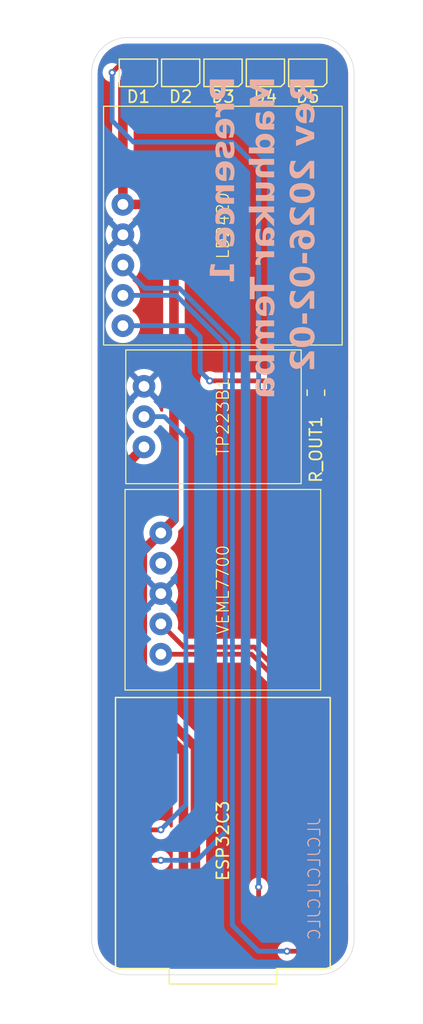
<source format=kicad_pcb>
(kicad_pcb (version 20241229) (generator "pcbnew") (generator_version "9.0")
  (title_block (title "Presense 1") (rev "1") (company "Madhukar Temba"))
  (layers (0 "F.Cu" signal) (2 "B.Cu" signal) (13 "F.Paste" user) (15 "B.Paste" user) (5 "F.SilkS" user "F.Silkscreen") (7 "B.SilkS" user "B.Silkscreen") (1 "F.Mask" user) (3 "B.Mask" user) (25 "Edge.Cuts" user))
  (net 0 "")
  (net 1 "GND")
  (net 2 "G6")
  (net 3 "+5V")
  (net 4 "Net-(D1-DOUT)")
  (net 5 "Net-(D2-DOUT)")
  (net 6 "Net-(D3-DOUT)")
  (net 7 "Net-(D4-DOUT)")
  (net 10 "G7")
  (net 11 "G4")
  (net 12 "G5")
  (net 13 "G3")
  (net 16 "G9")
  (net 19 "G8")
  (net 21 "Net-(LD2420-OUT)")
  (net 22 "+3.3V")
  (footprint "LD2420:LD2420_Module" (layer "F.Cu") (at 161.62 76.88 90)
    (property "Reference" "LD2420" (at 8.38 8.38 90) (layer "F.SilkS") (effects (font (thickness 0.1))))
    (property "Value" "LD2420_Module")
    (fp_rect (start -1.62 -1.62) (end 18.38 18.38) (stroke (width 0.1)) (fill no) (layer "F.SilkS"))
    (pad "1" thru_hole circle (at 10.16 0 90) (size 1.905 1.905) (drill 0.9) (layers "*.Cu" "*.Mask") (net 3 "+5V"))
    (pad "2" thru_hole circle (at 7.62 0 90) (size 1.905 1.905) (drill 0.9) (layers "*.Cu" "*.Mask") (net 1 "GND"))
    (pad "3" thru_hole circle (at 5.08 0 90) (size 1.905 1.905) (drill 0.9) (layers "*.Cu" "*.Mask") (net 12 "G5"))
    (pad "4" thru_hole circle (at 2.54 0 90) (size 1.905 1.905) (drill 0.9) (layers "*.Cu" "*.Mask") (net 11 "G4"))
    (pad "5" thru_hole circle (at 0 0 90) (size 1.905 1.905) (drill 0.9) (layers "*.Cu" "*.Mask") (net 21 "Net-(LD2420-OUT)"))
  )
  (footprint "Resistor_SMD:R_0805_2012Metric_Pad1.20x1.40mm_HandSolder" (layer "F.Cu") (at 177.8 82.5 -90)
    (property "Reference" "R_OUT1" (at 4.75 0 90) (layer "F.SilkS"))
    (property "Value" "0R")
    (fp_line (start -0.227064 0.735) (end 0.227064 0.735) (stroke (width 0.12)) (layer "F.SilkS"))
    (fp_line (start -0.227064 -0.735) (end 0.227064 -0.735) (stroke (width 0.12)) (layer "F.SilkS"))
    (pad "1" smd roundrect (at -1 0 270) (size 1.2 1.4) (layers "F.Cu" "F.Mask" "F.Paste") (roundrect_rratio 0.208333) (net 21 "Net-(LD2420-OUT)"))
    (pad "2" smd roundrect (at 1 0 270) (size 1.2 1.4) (layers "F.Cu" "F.Mask" "F.Paste") (roundrect_rratio 0.208333) (net 10 "G7"))
  )
  (footprint "LED_SMD:LED_WS2812B-2020_PLCC4_2.0x2.0mm" (layer "F.Cu") (at 162.915 55.7 180)
    (property "Reference" "D1" (at 0 -2 0) (layer "F.SilkS"))
    (property "Value" "WS2812B-2020")
    (fp_line (start 1.6 -1.15) (end 1.6 1.15) (stroke (width 0.12)) (layer "F.SilkS"))
    (fp_line (start -1.3 -1.15) (end 1.6 -1.15) (stroke (width 0.12)) (layer "F.SilkS"))
    (fp_line (start -1.3 -1.15) (end -1.6 -0.85) (stroke (width 0.12)) (layer "F.SilkS"))
    (fp_line (start -1.6 1.15) (end 1.6 1.15) (stroke (width 0.12)) (layer "F.SilkS"))
    (fp_line (start -1.6 1.15) (end -1.6 -0.85) (stroke (width 0.12)) (layer "F.SilkS"))
    (pad "1" smd rect (at -0.915 -0.55 180) (size 0.7 0.7) (layers "F.Cu" "F.Mask" "F.Paste") (net 4 "Net-(D1-DOUT)"))
    (pad "2" smd rect (at -0.915 0.55 180) (size 0.7 0.7) (layers "F.Cu" "F.Mask" "F.Paste") (net 1 "GND"))
    (pad "3" smd rect (at 0.915 0.55 180) (size 0.7 0.7) (layers "F.Cu" "F.Mask" "F.Paste") (net 2 "G6"))
    (pad "4" smd rect (at 0.915 -0.55 180) (size 0.7 0.7) (layers "F.Cu" "F.Mask" "F.Paste") (net 3 "+5V"))
  )
  (footprint "ESP32-C3_SUPERMINI_TH:MODULE_ESP32-C3_SUPERMINI_TH" (layer "F.Cu") (at 170 119.374 180)
    (property "Reference" "ESP32C3" (at 0 -0.65 90) (layer "F.SilkS"))
    (property "Value" "ESP32-C3_SUPERMINI_TH")
    (fp_line (start 9 11.35) (end 9 -11.35) (stroke (width 0.127)) (layer "F.SilkS"))
    (fp_line (start 9 11.35) (end -9 11.35) (stroke (width 0.127)) (layer "F.SilkS"))
    (fp_line (start 9 -11.35) (end 4.5 -11.35) (stroke (width 0.127)) (layer "F.SilkS"))
    (fp_line (start 4.5 -12.65) (end 4.5 -11.35) (stroke (width 0.127)) (layer "F.SilkS"))
    (fp_line (start 4.5 -12.65) (end -4.5 -12.65) (stroke (width 0.127)) (layer "F.SilkS"))
    (fp_line (start -4.5 -11.35) (end -9 -11.35) (stroke (width 0.127)) (layer "F.SilkS"))
    (fp_line (start -4.5 -12.65) (end -4.5 -11.35) (stroke (width 0.127)) (layer "F.SilkS"))
    (fp_line (start -9 11.35) (end -9 -11.35) (stroke (width 0.127)) (layer "F.SilkS"))
    (pad "0" smd rect (at 7.62 7.874 180) (size 2.2 1) (layers "F.Cu" "F.Mask" "F.Paste"))
    (pad "1" smd rect (at 7.62 5.34 180) (size 2.2 1) (layers "F.Cu" "F.Mask" "F.Paste"))
    (pad "2" smd rect (at 7.62 2.794 180) (size 2.2 1) (layers "F.Cu" "F.Mask" "F.Paste"))
    (pad "3" smd rect (at 7.62 0.26 180) (size 2.2 1) (layers "F.Cu" "F.Mask" "F.Paste") (net 13 "G3"))
    (pad "3.3" smd rect (at 7.62 -4.82 180) (size 2.2 1) (layers "F.Cu" "F.Mask" "F.Paste") (net 22 "+3.3V"))
    (pad "4" smd rect (at 7.62 -2.286 180) (size 2.2 1) (layers "F.Cu" "F.Mask" "F.Paste") (net 11 "G4"))
    (pad "5" smd rect (at -7.62 -9.9 180) (size 2.2 1) (layers "F.Cu" "F.Mask" "F.Paste") (net 12 "G5"))
    (pad "5V" smd rect (at 7.62 -9.9 180) (size 2.2 1) (layers "F.Cu" "F.Mask" "F.Paste") (net 3 "+5V"))
    (pad "6" smd rect (at -7.62 -7.366 180) (size 2.2 1) (layers "F.Cu" "F.Mask" "F.Paste") (net 2 "G6"))
    (pad "7" smd rect (at -7.62 -4.82 180) (size 2.2 1) (layers "F.Cu" "F.Mask" "F.Paste") (net 10 "G7"))
    (pad "8" smd rect (at -7.62 -2.286 180) (size 2.2 1) (layers "F.Cu" "F.Mask" "F.Paste") (net 19 "G8"))
    (pad "9" smd rect (at -7.62 0.26 180) (size 2.2 1) (layers "F.Cu" "F.Mask" "F.Paste") (net 16 "G9"))
    (pad "10" smd rect (at -7.62 2.794 180) (size 2.2 1) (layers "F.Cu" "F.Mask" "F.Paste"))
    (pad "20" smd rect (at -7.62 5.34 180) (size 2.2 1) (layers "F.Cu" "F.Mask" "F.Paste"))
    (pad "21" smd rect (at -7.62 7.874 180) (size 2.2 1) (layers "F.Cu" "F.Mask" "F.Paste"))
    (pad "G" smd rect (at 7.62 -7.366 180) (size 2.2 1) (layers "F.Cu" "F.Mask" "F.Paste") (net 1 "GND"))
  )
  (footprint "LED_SMD:LED_WS2812B-2020_PLCC4_2.0x2.0mm" (layer "F.Cu") (at 166.465 55.7 180)
    (property "Reference" "D2" (at 0 -2 0) (layer "F.SilkS"))
    (property "Value" "WS2812B-2020")
    (fp_line (start 1.6 -1.15) (end 1.6 1.15) (stroke (width 0.12)) (layer "F.SilkS"))
    (fp_line (start -1.3 -1.15) (end 1.6 -1.15) (stroke (width 0.12)) (layer "F.SilkS"))
    (fp_line (start -1.3 -1.15) (end -1.6 -0.85) (stroke (width 0.12)) (layer "F.SilkS"))
    (fp_line (start -1.6 1.15) (end 1.6 1.15) (stroke (width 0.12)) (layer "F.SilkS"))
    (fp_line (start -1.6 1.15) (end -1.6 -0.85) (stroke (width 0.12)) (layer "F.SilkS"))
    (pad "1" smd rect (at -0.915 -0.55 180) (size 0.7 0.7) (layers "F.Cu" "F.Mask" "F.Paste") (net 5 "Net-(D2-DOUT)"))
    (pad "2" smd rect (at -0.915 0.55 180) (size 0.7 0.7) (layers "F.Cu" "F.Mask" "F.Paste") (net 1 "GND"))
    (pad "3" smd rect (at 0.915 0.55 180) (size 0.7 0.7) (layers "F.Cu" "F.Mask" "F.Paste") (net 4 "Net-(D1-DOUT)"))
    (pad "4" smd rect (at 0.915 -0.55 180) (size 0.7 0.7) (layers "F.Cu" "F.Mask" "F.Paste") (net 3 "+5V"))
  )
  (footprint "VEML7700:VEML7700_Module" (layer "F.Cu") (at 164.8 104.4 90)
    (property "Reference" "VEML7700" (at 5.4 5.2 90) (layer "F.SilkS") (effects (font (thickness 0.1))))
    (property "Value" "VEML7700")
    (fp_rect (start -3 -3) (end 13.8 13.4) (stroke (width 0.1)) (fill no) (layer "F.SilkS"))
    (pad "1" thru_hole circle (at 10.16 0 90) (size 1.905 1.905) (drill 0.9) (layers "*.Cu" "*.Mask") (net 3 "+5V"))
    (pad "2" thru_hole circle (at 7.62 0 90) (size 1.905 1.905) (drill 0.9) (layers "*.Cu" "*.Mask"))
    (pad "3" thru_hole circle (at 5.08 0 90) (size 1.905 1.905) (drill 0.9) (layers "*.Cu" "*.Mask") (net 1 "GND"))
    (pad "4" thru_hole circle (at 2.54 0 90) (size 1.905 1.905) (drill 0.9) (layers "*.Cu" "*.Mask") (net 16 "G9"))
    (pad "5" thru_hole circle (at 0 0 90) (size 1.905 1.905) (drill 0.9) (layers "*.Cu" "*.Mask") (net 19 "G8"))
  )
  (footprint "TP223B:TP223B_Module" (layer "F.Cu") (at 170.5 84.5 90)
    (property "Reference" "TP223B1" (at -0.012 -0.5 90) (layer "F.SilkS") (effects (font (thickness 0.1))))
    (property "Value" "TP223B")
    (fp_rect (start -5.612 -8.636) (end 5.588 6.064) (stroke (width 0.1)) (fill no) (layer "F.SilkS"))
    (pad "1" thru_hole circle (at -2.54 -7.112 90) (size 1.905 1.905) (drill 0.9) (layers "*.Cu" "*.Mask") (net 22 "+3.3V"))
    (pad "2" thru_hole circle (at 0 -7.112 90) (size 1.905 1.905) (drill 0.9) (layers "*.Cu" "*.Mask") (net 13 "G3"))
    (pad "3" thru_hole circle (at 2.54 -7.112 90) (size 1.905 1.905) (drill 0.9) (layers "*.Cu" "*.Mask") (net 1 "GND"))
  )
  (footprint "LED_SMD:LED_WS2812B-2020_PLCC4_2.0x2.0mm" (layer "F.Cu") (at 173.565 55.7 180)
    (property "Reference" "D4" (at 0 -2 0) (layer "F.SilkS"))
    (property "Value" "WS2812B-2020")
    (fp_line (start 1.6 -1.15) (end 1.6 1.15) (stroke (width 0.12)) (layer "F.SilkS"))
    (fp_line (start -1.3 -1.15) (end 1.6 -1.15) (stroke (width 0.12)) (layer "F.SilkS"))
    (fp_line (start -1.3 -1.15) (end -1.6 -0.85) (stroke (width 0.12)) (layer "F.SilkS"))
    (fp_line (start -1.6 1.15) (end 1.6 1.15) (stroke (width 0.12)) (layer "F.SilkS"))
    (fp_line (start -1.6 1.15) (end -1.6 -0.85) (stroke (width 0.12)) (layer "F.SilkS"))
    (pad "1" smd rect (at -0.915 -0.55 180) (size 0.7 0.7) (layers "F.Cu" "F.Mask" "F.Paste") (net 7 "Net-(D4-DOUT)"))
    (pad "2" smd rect (at -0.915 0.55 180) (size 0.7 0.7) (layers "F.Cu" "F.Mask" "F.Paste") (net 1 "GND"))
    (pad "3" smd rect (at 0.915 0.55 180) (size 0.7 0.7) (layers "F.Cu" "F.Mask" "F.Paste") (net 6 "Net-(D3-DOUT)"))
    (pad "4" smd rect (at 0.915 -0.55 180) (size 0.7 0.7) (layers "F.Cu" "F.Mask" "F.Paste") (net 3 "+5V"))
  )
  (footprint "LED_SMD:LED_WS2812B-2020_PLCC4_2.0x2.0mm" (layer "F.Cu") (at 177.115 55.7 180)
    (property "Reference" "D5" (at 0 -2 0) (layer "F.SilkS"))
    (property "Value" "WS2812B-2020")
    (fp_line (start 1.6 -1.15) (end 1.6 1.15) (stroke (width 0.12)) (layer "F.SilkS"))
    (fp_line (start -1.3 -1.15) (end 1.6 -1.15) (stroke (width 0.12)) (layer "F.SilkS"))
    (fp_line (start -1.3 -1.15) (end -1.6 -0.85) (stroke (width 0.12)) (layer "F.SilkS"))
    (fp_line (start -1.6 1.15) (end 1.6 1.15) (stroke (width 0.12)) (layer "F.SilkS"))
    (fp_line (start -1.6 1.15) (end -1.6 -0.85) (stroke (width 0.12)) (layer "F.SilkS"))
    (pad "1" smd rect (at -0.915 -0.55 180) (size 0.7 0.7) (layers "F.Cu" "F.Mask" "F.Paste"))
    (pad "2" smd rect (at -0.915 0.55 180) (size 0.7 0.7) (layers "F.Cu" "F.Mask" "F.Paste") (net 1 "GND"))
    (pad "3" smd rect (at 0.915 0.55 180) (size 0.7 0.7) (layers "F.Cu" "F.Mask" "F.Paste") (net 7 "Net-(D4-DOUT)"))
    (pad "4" smd rect (at 0.915 -0.55 180) (size 0.7 0.7) (layers "F.Cu" "F.Mask" "F.Paste") (net 3 "+5V"))
  )
  (footprint "LED_SMD:LED_WS2812B-2020_PLCC4_2.0x2.0mm" (layer "F.Cu") (at 170.015 55.7 180)
    (property "Reference" "D3" (at 0 -2 0) (layer "F.SilkS"))
    (property "Value" "WS2812B-2020")
    (fp_line (start 1.6 -1.15) (end 1.6 1.15) (stroke (width 0.12)) (layer "F.SilkS"))
    (fp_line (start -1.3 -1.15) (end 1.6 -1.15) (stroke (width 0.12)) (layer "F.SilkS"))
    (fp_line (start -1.3 -1.15) (end -1.6 -0.85) (stroke (width 0.12)) (layer "F.SilkS"))
    (fp_line (start -1.6 1.15) (end 1.6 1.15) (stroke (width 0.12)) (layer "F.SilkS"))
    (fp_line (start -1.6 1.15) (end -1.6 -0.85) (stroke (width 0.12)) (layer "F.SilkS"))
    (pad "1" smd rect (at -0.915 -0.55 180) (size 0.7 0.7) (layers "F.Cu" "F.Mask" "F.Paste") (net 6 "Net-(D3-DOUT)"))
    (pad "2" smd rect (at -0.915 0.55 180) (size 0.7 0.7) (layers "F.Cu" "F.Mask" "F.Paste") (net 1 "GND"))
    (pad "3" smd rect (at 0.915 0.55 180) (size 0.7 0.7) (layers "F.Cu" "F.Mask" "F.Paste") (net 5 "Net-(D2-DOUT)"))
    (pad "4" smd rect (at 0.915 -0.55 180) (size 0.7 0.7) (layers "F.Cu" "F.Mask" "F.Paste") (net 3 "+5V"))
  )
  (gr_arc (start 181 128.25) (mid 180.12132 130.37132) (end 178 131.25) (stroke (width 0.05)) (layer "Edge.Cuts"))
  (gr_arc (start 178 52.75) (mid 180.12132 53.62868) (end 181 55.75) (stroke (width 0.05)) (layer "Edge.Cuts"))
  (gr_arc (start 162 131.25) (mid 159.87868 130.37132) (end 159 128.25) (stroke (width 0.05)) (layer "Edge.Cuts"))
  (gr_line (start 181 55.75) (end 181 128.25) (stroke (width 0.05)) (layer "Edge.Cuts"))
  (gr_line (start 178 131.25) (end 162 131.25) (stroke (width 0.05)) (layer "Edge.Cuts"))
  (gr_line (start 159 128.25) (end 159 55.75) (stroke (width 0.05)) (layer "Edge.Cuts"))
  (gr_arc (start 159 55.75) (mid 159.87868 53.62868) (end 162 52.75) (stroke (width 0.05)) (layer "Edge.Cuts"))
  (gr_line (start 162 52.75) (end 178 52.75) (stroke (width 0.05)) (layer "Edge.Cuts"))
  (gr_text "Presence 1\nMadhukar Temba\nRev 2026-02-02\n" (at 178 56 90) (layer "B.SilkS") (effects (font (size 2 2) (thickness 0.2) (bold yes)) (justify left bottom mirror)))
  (gr_text "JLCJLCJLCJLC" (at 178.25 118 90) (layer "B.SilkS") (effects (font (size 1 1) (thickness 0.1)) (justify left bottom mirror)))
  (segment (start 166.629 54.399) (end 164.581 54.399) (width 0.4) (layer "F.Cu") (net 1))
  (segment (start 174.48 55.15) (end 173.729 54.399) (width 0.4) (layer "F.Cu") (net 1))
  (segment (start 177.279 54.399) (end 175.231 54.399) (width 0.4) (layer "F.Cu") (net 1))
  (segment (start 175.231 54.399) (end 174.48 55.15) (width 0.4) (layer "F.Cu") (net 1))
  (segment (start 178.03 55.15) (end 177.279 54.399) (width 0.4) (layer "F.Cu") (net 1))
  (segment (start 167.38 55.15) (end 168.131 54.399) (width 0.4) (layer "F.Cu") (net 1))
  (segment (start 164.581 54.399) (end 163.83 55.15) (width 0.4) (layer "F.Cu") (net 1))
  (segment (start 168.131 54.399) (end 170.179 54.399) (width 0.4) (layer "F.Cu") (net 1))
  (segment (start 171.681 54.399) (end 170.93 55.15) (width 0.4) (layer "F.Cu") (net 1))
  (segment (start 173.729 54.399) (end 171.681 54.399) (width 0.4) (layer "F.Cu") (net 1))
  (segment (start 167.38 55.15) (end 166.629 54.399) (width 0.4) (layer "F.Cu") (net 1))
  (segment (start 170.179 54.399) (end 170.93 55.15) (width 0.4) (layer "F.Cu") (net 1))
  (segment (start 161.25 55.15) (end 162 55.15) (width 0.4) (layer "F.Cu") (net 2))
  (segment (start 173 125.1) (end 174.64 126.74) (width 0.4) (layer "F.Cu") (net 2))
  (segment (start 174.64 126.74) (end 177.62 126.74) (width 0.4) (layer "F.Cu") (net 2))
  (segment (start 173 123.9) (end 173 125.1) (width 0.4) (layer "F.Cu") (net 2))
  (segment (start 160.72 55.68) (end 161.25 55.15) (width 0.4) (layer "F.Cu") (net 2))
  (via (at 160.72 55.68) (size 0.6) (drill 0.3) (layers "F.Cu" "B.Cu") (net 2))
  (via (at 173 123.9) (size 0.6) (drill 0.3) (layers "F.Cu" "B.Cu") (net 2))
  (segment (start 162.5 61.5) (end 170.8 61.5) (width 0.4) (layer "B.Cu") (net 2))
  (segment (start 160.72 55.68) (end 160.72 59.72) (width 0.4) (layer "B.Cu") (net 2))
  (segment (start 173 63.7) (end 173 123.9) (width 0.4) (layer "B.Cu") (net 2))
  (segment (start 170.8 61.5) (end 173 63.7) (width 0.4) (layer "B.Cu") (net 2))
  (segment (start 160.72 59.72) (end 162.5 61.5) (width 0.4) (layer "B.Cu") (net 2))
  (segment (start 163.2465 95.7935) (end 163.2465 107.7465) (width 0.8) (layer "F.Cu") (net 3))
  (segment (start 162.751 57.001) (end 162 56.25) (width 0.4) (layer "F.Cu") (net 3))
  (segment (start 164.72 66.72) (end 161.62 66.72) (width 0.8) (layer "F.Cu") (net 3))
  (segment (start 164.8 94.24) (end 163.2465 95.7935) (width 0.8) (layer "F.Cu") (net 3))
  (segment (start 161.62 66.72) (end 161.62 56.63) (width 0.8) (layer "F.Cu") (net 3))
  (segment (start 173.401 57.001) (end 172.65 56.25) (width 0.4) (layer "F.Cu") (net 3))
  (segment (start 166.301 57.001) (end 165.55 56.25) (width 0.4) (layer "F.Cu") (net 3))
  (segment (start 163.2465 107.7465) (end 167.7 112.2) (width 0.8) (layer "F.Cu") (net 3))
  (segment (start 165.55 56.25) (end 164.799 57.001) (width 0.4) (layer "F.Cu") (net 3))
  (segment (start 172.65 56.25) (end 171.899 57.001) (width 0.4) (layer "F.Cu") (net 3))
  (segment (start 167.7 127.4) (end 165.826 129.274) (width 0.8) (layer "F.Cu") (net 3))
  (segment (start 164.8 94.24) (end 165.9 93.14) (width 0.8) (layer "F.Cu") (net 3))
  (segment (start 164.799 57.001) (end 162.751 57.001) (width 0.4) (layer "F.Cu") (net 3))
  (segment (start 171.899 57.001) (end 169.851 57.001) (width 0.4) (layer "F.Cu") (net 3))
  (segment (start 165.9 67.9) (end 164.72 66.72) (width 0.8) (layer "F.Cu") (net 3))
  (segment (start 161.62 56.63) (end 162 56.25) (width 0.8) (layer "F.Cu") (net 3))
  (segment (start 167.7 112.2) (end 167.7 127.4) (width 0.8) (layer "F.Cu") (net 3))
  (segment (start 169.851 57.001) (end 169.1 56.25) (width 0.4) (layer "F.Cu") (net 3))
  (segment (start 169.1 56.25) (end 168.349 57.001) (width 0.4) (layer "F.Cu") (net 3))
  (segment (start 176.2 56.25) (end 175.449 57.001) (width 0.4) (layer "F.Cu") (net 3))
  (segment (start 165.9 93.14) (end 165.9 67.9) (width 0.8) (layer "F.Cu") (net 3))
  (segment (start 165.826 129.274) (end 162.38 129.274) (width 0.8) (layer "F.Cu") (net 3))
  (segment (start 175.449 57.001) (end 173.401 57.001) (width 0.4) (layer "F.Cu") (net 3))
  (segment (start 168.349 57.001) (end 166.301 57.001) (width 0.4) (layer "F.Cu") (net 3))
  (segment (start 163.83 56.25) (end 164.048 56.25) (width 0.4) (layer "F.Cu") (net 4))
  (segment (start 165.148 55.15) (end 165.55 55.15) (width 0.4) (layer "F.Cu") (net 4))
  (segment (start 164.048 56.25) (end 165.148 55.15) (width 0.4) (layer "F.Cu") (net 4))
  (segment (start 167.782 56.25) (end 168.882 55.15) (width 0.4) (layer "F.Cu") (net 5))
  (segment (start 168.882 55.15) (end 169.1 55.15) (width 0.4) (layer "F.Cu") (net 5))
  (segment (start 167.38 56.25) (end 167.782 56.25) (width 0.4) (layer "F.Cu") (net 5))
  (segment (start 172.248 55.15) (end 172.65 55.15) (width 0.4) (layer "F.Cu") (net 6))
  (segment (start 171.148 56.25) (end 172.248 55.15) (width 0.4) (layer "F.Cu") (net 6))
  (segment (start 170.93 56.25) (end 171.148 56.25) (width 0.4) (layer "F.Cu") (net 6))
  (segment (start 174.48 56.25) (end 174.698 56.25) (width 0.4) (layer "F.Cu") (net 7))
  (segment (start 175.798 55.15) (end 176.2 55.15) (width 0.4) (layer "F.Cu") (net 7))
  (segment (start 174.698 56.25) (end 175.798 55.15) (width 0.4) (layer "F.Cu") (net 7))
  (segment (start 179.8 85.5) (end 179.8 123.2) (width 0.4) (layer "F.Cu") (net 10))
  (segment (start 178.806 124.194) (end 177.62 124.194) (width 0.4) (layer "F.Cu") (net 10))
  (segment (start 177.8 83.5) (end 179.8 85.5) (width 0.4) (layer "F.Cu") (net 10))
  (segment (start 179.8 123.2) (end 178.806 124.194) (width 0.4) (layer "F.Cu") (net 10))
  (segment (start 164.8 121.66) (end 162.38 121.66) (width 0.4) (layer "F.Cu") (net 11))
  (via (at 164.8 121.66) (size 0.6) (drill 0.3) (layers "F.Cu" "B.Cu") (net 11))
  (segment (start 170.199 119.301) (end 170.199 78.449) (width 0.4) (layer "B.Cu") (net 11))
  (segment (start 167.84 121.66) (end 170.199 119.301) (width 0.4) (layer "B.Cu") (net 11))
  (segment (start 170.199 78.449) (end 166.09 74.34) (width 0.4) (layer "B.Cu") (net 11))
  (segment (start 166.09 74.34) (end 161.62 74.34) (width 0.4) (layer "B.Cu") (net 11))
  (segment (start 164.8 121.66) (end 167.84 121.66) (width 0.4) (layer "B.Cu") (net 11))
  (segment (start 175.374 129.274) (end 177.62 129.274) (width 0.4) (layer "F.Cu") (net 12))
  (via (at 175.374 129.274) (size 0.6) (drill 0.3) (layers "F.Cu" "B.Cu") (net 12))
  (segment (start 172.974 129.274) (end 170.8 127.1) (width 0.4) (layer "B.Cu") (net 12))
  (segment (start 161.62 71.92) (end 161.62 71.8) (width 0.4) (layer "B.Cu") (net 12))
  (segment (start 163.439 73.739) (end 161.62 71.92) (width 0.4) (layer "B.Cu") (net 12))
  (segment (start 170.8 78.200058) (end 166.338942 73.739) (width 0.4) (layer "B.Cu") (net 12))
  (segment (start 170.8 127.1) (end 170.8 78.200058) (width 0.4) (layer "B.Cu") (net 12))
  (segment (start 175.374 129.274) (end 175.3 129.2) (width 0.4) (layer "B.Cu") (net 12))
  (segment (start 175.374 129.274) (end 172.974 129.274) (width 0.4) (layer "B.Cu") (net 12))
  (segment (start 166.338942 73.739) (end 163.439 73.739) (width 0.4) (layer "B.Cu") (net 12))
  (segment (start 164.786 119.114) (end 164.8 119.1) (width 0.4) (layer "F.Cu") (net 13))
  (segment (start 162.38 119.114) (end 164.786 119.114) (width 0.4) (layer "F.Cu") (net 13))
  (via (at 164.8 119.1) (size 0.6) (drill 0.3) (layers "F.Cu" "B.Cu") (net 13))
  (segment (start 166.9 117) (end 166.9 86.3) (width 0.4) (layer "B.Cu") (net 13))
  (segment (start 164.8 119.1) (end 166.9 117) (width 0.4) (layer "B.Cu") (net 13))
  (segment (start 165.1 84.5) (end 163.388 84.5) (width 0.4) (layer "B.Cu") (net 13))
  (segment (start 166.9 86.3) (end 165.1 84.5) (width 0.4) (layer "B.Cu") (net 13))
  (segment (start 166.739 103.799) (end 164.8 101.86) (width 0.4) (layer "F.Cu") (net 16))
  (segment (start 175.101 106.251058) (end 172.648942 103.799) (width 0.4) (layer "F.Cu") (net 16))
  (segment (start 175.864 119.114) (end 175.101 118.351) (width 0.4) (layer "F.Cu") (net 16))
  (segment (start 177.62 119.114) (end 175.864 119.114) (width 0.4) (layer "F.Cu") (net 16))
  (segment (start 175.101 118.351) (end 175.101 106.251058) (width 0.4) (layer "F.Cu") (net 16))
  (segment (start 172.648942 103.799) (end 166.739 103.799) (width 0.4) (layer "F.Cu") (net 16))
  (segment (start 177.41 121.66) (end 174.5 118.75) (width 0.4) (layer "F.Cu") (net 19))
  (segment (start 174.5 106.5) (end 172.4 104.4) (width 0.4) (layer "F.Cu") (net 19))
  (segment (start 177.62 121.66) (end 177.41 121.66) (width 0.4) (layer "F.Cu") (net 19))
  (segment (start 172.4 104.4) (end 164.8 104.4) (width 0.4) (layer "F.Cu") (net 19))
  (segment (start 174.5 118.75) (end 174.5 106.5) (width 0.4) (layer "F.Cu") (net 19))
  (segment (start 168.9 81.5) (end 177.8 81.5) (width 0.4) (layer "F.Cu") (net 21))
  (via (at 168.9 81.5) (size 0.6) (drill 0.3) (layers "F.Cu" "B.Cu") (net 21))
  (segment (start 161.62 76.88) (end 167.18 76.88) (width 0.4) (layer "B.Cu") (net 21))
  (segment (start 167.9 77.6) (end 168.1 77.8) (width 0.4) (layer "B.Cu") (net 21))
  (segment (start 167.18 76.88) (end 167.9 77.6) (width 0.4) (layer "B.Cu") (net 21))
  (segment (start 168.1 79.9) (end 168.1 80.7) (width 0.4) (layer "B.Cu") (net 21))
  (segment (start 168.1 80.7) (end 168.9 81.5) (width 0.4) (layer "B.Cu") (net 21))
  (segment (start 168.1 77.8) (end 168.1 79.9) (width 0.4) (layer "B.Cu") (net 21))
  (segment (start 162.2455 108.161128) (end 162.2455 88.1825) (width 0.8) (layer "F.Cu") (net 22))
  (segment (start 162.2455 88.1825) (end 163.388 87.04) (width 0.8) (layer "F.Cu") (net 22))
  (segment (start 166.699 112.614628) (end 162.2455 108.161128) (width 0.8) (layer "F.Cu") (net 22))
  (segment (start 162.38 124.194) (end 165.506 124.194) (width 0.8) (layer "F.Cu") (net 22))
  (segment (start 166.699 123.001) (end 166.699 112.614628) (width 0.8) (layer "F.Cu") (net 22))
  (segment (start 165.506 124.194) (end 166.699 123.001) (width 0.8) (layer "F.Cu") (net 22))
  (zone (net 1) (net_name "GND") (layers "F.Cu" "B.Cu") (connect_pads (clearance 0.5)) (min_thickness 0.25) (fill yes (thermal_gap 0.5) (thermal_bridge_width 0.5))
    (polygon (pts (xy 152.6 49.8) (xy 186.8 49.6) (xy 185.9 135.4) (xy 153.1 135.4)))
  )
)
</source>
